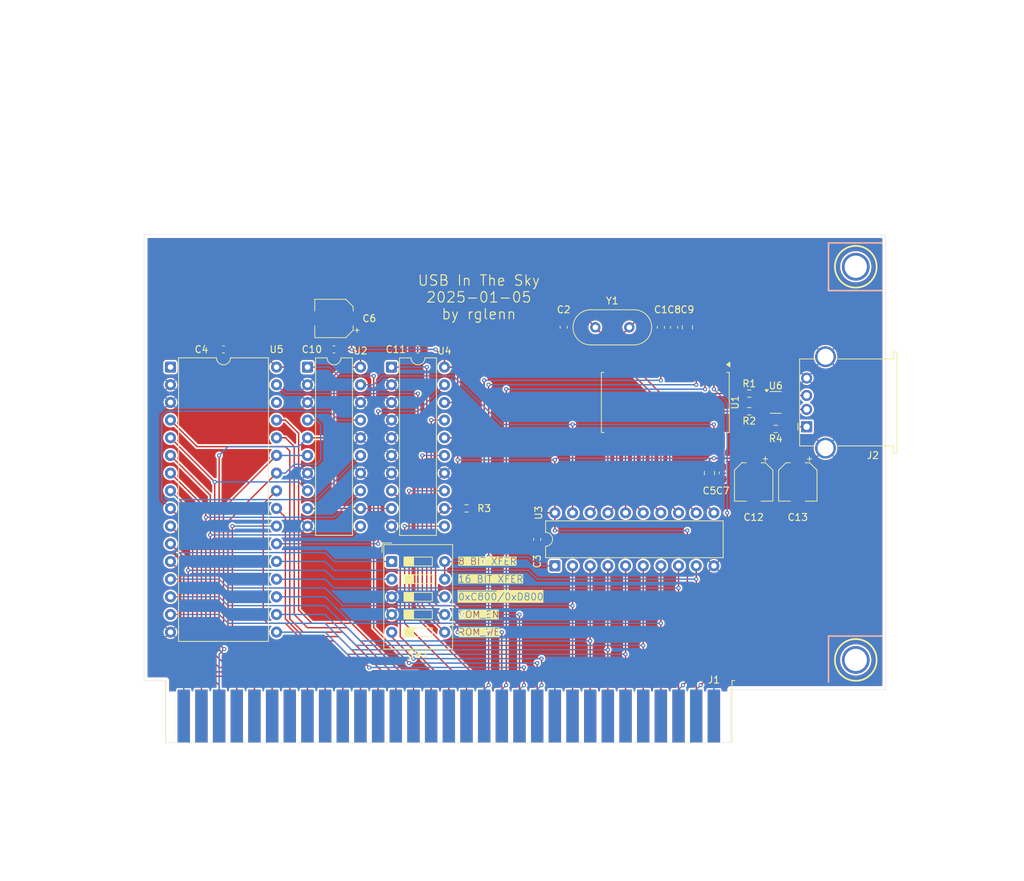
<source format=kicad_pcb>
(kicad_pcb (version 20241229) (generator "pcbnew") (generator_version "9.0")
  (layers (0 "F.Cu" signal) (2 "B.Cu" signal) (13 "F.Paste" user) (15 "B.Paste" user) (5 "F.SilkS" user "F.Silkscreen") (7 "B.SilkS" user "B.Silkscreen") (1 "F.Mask" user) (3 "B.Mask" user) (25 "Edge.Cuts" user))
  (net 0 "")
  (net 1 "/D7")
  (net 2 "Net-(U1-XI)")
  (net 4 "/A9")
  (net 5 "/~{DACK1}")
  (net 6 "/IOCHRDY")
  (net 7 "Net-(U1-XO)")
  (net 8 "/AEN")
  (net 9 "+5V")
  (net 10 "Net-(U1-V3)")
  (net 11 "/D2")
  (net 12 "/~{DACK3}")
  (net 13 "/~{IOW}")
  (net 15 "/IRQ7")
  (net 17 "/A3")
  (net 19 "GND")
  (net 21 "/TC")
  (net 23 "/RESET")
  (net 25 "Net-(J2-VBUS)")
  (net 26 "/A15")
  (net 27 "/A17")
  (net 28 "/A6")
  (net 29 "/A13")
  (net 30 "/A8")
  (net 31 "/A16")
  (net 32 "/A5")
  (net 33 "/D3")
  (net 34 "/A2")
  (net 38 "/D5")
  (net 39 "/A14")
  (net 40 "/D1")
  (net 41 "/A1")
  (net 42 "/~{IOR}")
  (net 43 "/D6")
  (net 46 "/A7")
  (net 48 "/D0")
  (net 50 "/A10")
  (net 51 "/IRQ5")
  (net 52 "/DRQ3")
  (net 53 "/A4")
  (net 54 "/A0")
  (net 55 "/D4")
  (net 56 "/DRQ1")
  (net 58 "/A11")
  (net 59 "/A12")
  (net 60 "/A18")
  (net 61 "/A19")
  (net 62 "Net-(J2-D+)")
  (net 63 "Net-(J2-D-)")
  (net 64 "Net-(R1-Pad2)")
  (net 65 "Net-(U1-UD+)")
  (net 66 "Net-(U1-UD-)")
  (net 67 "Net-(U4-R4)")
  (net 68 "/A0_CFG")
  (net 69 "/SW_ROM_EN")
  (net 70 "/~{ROMWE}")
  (net 71 "/~{MEMWR}")
  (net 72 "Net-(U1-D5)")
  (net 73 "Net-(U1-D1)")
  (net 76 "Net-(U1-D0)")
  (net 77 "/~{ACT}")
  (net 78 "Net-(U1-D2)")
  (net 80 "/~{USB_CS}")
  (net 81 "Net-(U1-D7)")
  (net 82 "Net-(U1-D6)")
  (net 84 "Net-(U1-D3)")
  (net 85 "Net-(U1-D4)")
  (net 88 "Net-(U4-P=R)")
  (net 89 "/~{MEMRD}")
  (net 92 "Net-(R2-Pad2)")
  (footprint "Capacitor_SMD:C_0603_1608Metric_Pad1.08x0.95mm_HandSolder" (layer "F.Cu") (at 120.015 79.375 180)
    (property "Reference" "C11")
    (property "Value" "100n")
  )
  (footprint "Capacitor_SMD:CP_Elec_5x5.3" (layer "F.Cu") (at 168.275 98.425 -90)
    (property "Reference" "C12")
    (property "Value" "100u")
  )
  (footprint "Button_Switch_THT:SW_DIP_SPSTx05_Slide_9.78x14.88mm_W7.62mm_P2.54mm" (layer "F.Cu") (at 116.2475 109.86)
    (property "Reference" "SW1")
    (property "Value" "SW_DIP_x05")
  )
  (footprint "Package_TO_SOT_SMD:SOT-23-6" (layer "F.Cu") (at 171.45 86.995)
    (property "Reference" "U6")
    (property "Value" "USBLC6-2SC6")
  )
  (footprint "Resistor_SMD:R_0603_1608Metric_Pad0.98x0.95mm_HandSolder" (layer "F.Cu") (at 127 102.235 180)
    (property "Reference" "R3")
    (property "Value" "10K")
  )
  (footprint "Capacitor_SMD:C_0603_1608Metric_Pad1.08x0.95mm_HandSolder" (layer "F.Cu") (at 107.95 79.375 180)
    (property "Reference" "C10")
    (property "Value" "100n")
  )
  (footprint "Package_DIP:DIP-32_W15.24mm" (layer "F.Cu") (at 84.45 81.915)
    (property "Reference" "U5")
    (property "Value" "SST39SF010")
  )
  (footprint "Capacitor_SMD:C_0603_1608Metric_Pad1.08x0.95mm_HandSolder" (layer "F.Cu") (at 156.845 76.2 90)
    (property "Reference" "C8")
    (property "Value" "100n")
  )
  (footprint "pc-parts:PC_BRACKET_ISA_KEYSTONE_9202_Rev1" (layer "F.Cu") (at 162.56 135.89)
    (property "Reference" "BRACKET1" (hide yes))
    (property "Value" "~" (hide yes))
  )
  (footprint "Capacitor_SMD:C_0603_1608Metric_Pad1.08x0.95mm_HandSolder" (layer "F.Cu") (at 154.94 76.2 -90)
    (property "Reference" "C1")
    (property "Value" "15p")
  )
  (footprint "Resistor_SMD:R_0603_1608Metric_Pad0.98x0.95mm_HandSolder" (layer "F.Cu") (at 167.64 85.725)
    (property "Reference" "R1")
    (property "Value" "22")
  )
  (footprint "Resistor_SMD:R_0603_1608Metric_Pad0.98x0.95mm_HandSolder" (layer "F.Cu") (at 167.64 88.265)
    (property "Reference" "R2")
    (property "Value" "22")
  )
  (footprint "Capacitor_SMD:C_0603_1608Metric_Pad1.08x0.95mm_HandSolder" (layer "F.Cu") (at 92.075 79.375 180)
    (property "Reference" "C4")
    (property "Value" "100n")
  )
  (footprint "Capacitor_SMD:C_0603_1608Metric_Pad1.08x0.95mm_HandSolder" (layer "F.Cu") (at 137.16 106.68 -90)
    (property "Reference" "C3")
    (property "Value" "100n")
  )
  (footprint "Package_DIP:DIP-20_W7.62mm" (layer "F.Cu") (at 139.705 110.48 90)
    (property "Reference" "U3")
    (property "Value" "74LS245")
  )
  (footprint "Package_DIP:DIP-20_W7.62mm" (layer "F.Cu") (at 104.15 81.92)
    (property "Reference" "U2")
    (property "Value" "74LS688")
  )
  (footprint "Resistor_SMD:R_0603_1608Metric_Pad0.98x0.95mm_HandSolder" (layer "F.Cu") (at 171.45 90.805)
    (property "Reference" "R4")
    (property "Value" "2")
  )
  (footprint "Package_DIP:DIP-20_W7.62mm" (layer "F.Cu") (at 116.215 81.92)
    (property "Reference" "U4")
    (property "Value" "74ALS688")
  )
  (footprint "pc-parts:BUS_AT_8BIT" (layer "F.Cu") (at 162.56 132.08)
    (property "Reference" "J1")
    (property "Value" "Bus_ISA_8bit" (hide yes))
  )
  (footprint "Package_SO:SOP-28_8.4x18.16mm_P1.27mm" (layer "F.Cu") (at 155.575 86.995 -90)
    (property "Reference" "U1")
    (property "Value" "CH375")
  )
  (footprint "Crystal:Crystal_HC49-U_Vertical" (layer "F.Cu") (at 150.405 76.2 180)
    (property "Reference" "Y1")
    (property "Value" "12 MHz")
  )
  (footprint "Capacitor_SMD:C_0805_2012Metric_Pad1.18x1.45mm_HandSolder" (layer "F.Cu") (at 158.75 76.2 90)
    (property "Reference" "C9")
    (property "Value" "1u")
  )
  (footprint "Capacitor_SMD:C_0603_1608Metric_Pad1.08x0.95mm_HandSolder" (layer "F.Cu") (at 140.97 76.2 -90)
    (property "Reference" "C2")
    (property "Value" "15p")
  )
  (footprint "Capacitor_SMD:CP_Elec_5x5.3" (layer "F.Cu") (at 107.95 74.93 180)
    (property "Reference" "C6")
    (property "Value" "22u")
  )
  (footprint "Capacitor_SMD:C_0805_2012Metric_Pad1.18x1.45mm_HandSolder" (layer "F.Cu") (at 161.925 97.155 -90)
    (property "Reference" "C5")
    (property "Value" "1u")
  )
  (footprint "Capacitor_SMD:C_0603_1608Metric_Pad1.08x0.95mm_HandSolder" (layer "F.Cu") (at 163.83 97.155 -90)
    (property "Reference" "C7")
    (property "Value" "100n")
  )
  (footprint "Capacitor_SMD:CP_Elec_5x5.3" (layer "F.Cu") (at 174.625 98.425 -90)
    (property "Reference" "C13")
    (property "Value" "100u")
  )
  (footprint "Connector_USB:USB_A_Stewart_SS-52100-001_Horizontal" (layer "F.Cu") (at 175.895 90.495 90)
    (property "Reference" "J2")
    (property "Value" "USB_A")
  )
  (gr_line (start 187.2648 128.27) (end 187.2648 62.865) (stroke (width 0.05)) (layer "Edge.Cuts"))
  (gr_line (start 164.973 128.27) (end 187.2648 128.27) (stroke (width 0.05)) (layer "Edge.Cuts"))
  (gr_line (start 83.7692 135.89) (end 83.7692 127) (stroke (width 0.05)) (layer "Edge.Cuts"))
  (gr_line (start 80.645 127) (end 80.645 62.865) (stroke (width 0.05)) (layer "Edge.Cuts"))
  (gr_line (start 187.2648 62.865) (end 80.645 62.865) (stroke (width 0.05)) (layer "Edge.Cuts"))
  (gr_line (start 162.56 135.89) (end 83.7692 135.89) (stroke (width 0.05)) (layer "Edge.Cuts"))
  (gr_line (start 83.76 127) (end 80.645 127) (stroke (width 0.05)) (layer "Edge.Cuts"))
  (gr_line (start 164.973 135.89) (end 164.973 128.27) (stroke (width 0.05)) (layer "Edge.Cuts"))
  (gr_line (start 162.56 135.89) (end 164.973 135.89) (stroke (width 0.05)) (layer "Edge.Cuts"))
  (gr_text "~{0xC800}/0xD800" (at 125.73 114.935 0) (layer "F.SilkS" knockout) (effects (font (size 1 1) (thickness 0.1)) (justify left)))
  (gr_text "8 BIT XFER" (at 125.73 109.855 0) (layer "F.SilkS" knockout) (effects (font (size 1 1) (thickness 0.1)) (justify left)))
  (gr_text "16 BIT XFER" (at 125.73 112.395 0) (layer "F.SilkS" knockout) (effects (font (size 1 1) (thickness 0.1)) (justify left)))
  (gr_text "ROM_WE" (at 125.73 120.015 0) (layer "F.SilkS" knockout) (effects (font (size 1 1) (thickness 0.1)) (justify left)))
  (gr_text "ROM_EN" (at 125.73 117.475 0) (layer "F.SilkS" knockout) (effects (font (size 1 1) (thickness 0.1)) (justify left)))
  (gr_text "USB In The Sky\n2025-01-05\nby rglenn" (at 128.778 71.882 0) (layer "F.SilkS") (effects (font (size 1.5 1.5))))
  (segment (start 160.025 131.44) (end 160.025 112.395) (width 0.2) (layer "F.Cu") (net 1))
  (segment (start 160.02 131.445) (end 160.025 131.44) (width 0.2) (layer "F.Cu") (net 1))
  (segment (start 160.02 132.08) (end 160.02 131.445) (width 0.2) (layer "F.Cu") (net 1))
  (segment (start 160.025 112.395) (end 160.025 110.48) (width 0.2) (layer "F.Cu") (net 1))
  (via (at 160.025 112.395) (size 0.6) (drill 0.3) (layers "F.Cu" "B.Cu") (net 1))
  (segment (start 135.89 111.125) (end 137.16 112.395) (width 0.2) (layer "B.Cu") (net 1))
  (segment (start 107.95 111.125) (end 135.89 111.125) (width 0.2) (layer "B.Cu") (net 1))
  (segment (start 137.16 112.395) (end 160.025 112.395) (width 0.2) (layer "B.Cu") (net 1))
  (segment (start 106.68 109.855) (end 107.95 111.125) (width 0.2) (layer "B.Cu") (net 1))
  (segment (start 99.69 109.855) (end 106.68 109.855) (width 0.2) (layer "B.Cu") (net 1))
  (segment (start 148.59 78.015) (end 150.405 76.2) (width 0.2) (layer "F.Cu") (net 2))
  (segment (start 151.2675 75.3375) (end 150.405 76.2) (width 0.2) (layer "F.Cu") (net 2))
  (segment (start 148.59 81.4325) (end 148.59 78.015) (width 0.2) (layer "F.Cu") (net 2))
  (segment (start 154.94 75.3375) (end 151.2675 75.3375) (width 0.2) (layer "F.Cu") (net 2))
  (segment (start 104.14 122.555) (end 109.22 127.635) (width 0.2) (layer "F.Cu") (net 4))
  (segment (start 94.615 122.555) (end 104.14 122.555) (width 0.2) (layer "F.Cu") (net 4))
  (segment (start 92.71 104.135) (end 92.71 120.65) (width 0.2) (layer "F.Cu") (net 4))
  (segment (start 92.71 120.65) (end 94.615 122.555) (width 0.2) (layer "F.Cu") (net 4))
  (segment (start 109.22 127.635) (end 109.22 132.08) (width 0.2) (layer "F.Cu") (net 4))
  (segment (start 99.69 97.155) (end 92.71 104.135) (width 0.2) (layer "F.Cu") (net 4))
  (segment (start 105.415 89.54) (end 104.15 89.54) (width 0.2) (layer "B.Cu") (net 4))
  (segment (start 106.045 90.17) (end 105.415 89.54) (width 0.2) (layer "B.Cu") (net 4))
  (segment (start 102.235 95.885) (end 105.41 95.885) (width 0.2) (layer "B.Cu") (net 4))
  (segment (start 100.965 97.155) (end 102.235 95.885) (width 0.2) (layer "B.Cu") (net 4))
  (segment (start 99.69 97.155) (end 100.965 97.155) (width 0.2) (layer "B.Cu") (net 4))
  (segment (start 105.41 95.885) (end 106.045 95.25) (width 0.2) (layer "B.Cu") (net 4))
  (segment (start 106.045 95.25) (end 106.045 90.17) (width 0.2) (layer "B.Cu") (net 4))
  (segment (start 147.32 81.4325) (end 147.32 77.995) (width 0.2) (layer "F.Cu") (net 7))
  (segment (start 144.6625 75.3375) (end 145.525 76.2) (width 0.2) (layer "F.Cu") (net 7))
  (segment (start 147.32 77.995) (end 145.525 76.2) (width 0.2) (layer "F.Cu") (net 7))
  (segment (start 140.97 75.3375) (end 144.6625 75.3375) (width 0.2) (layer "F.Cu") (net 7))
  (segment (start 113.665 119.38) (end 118.745 124.46) (width 0.2) (layer "F.Cu") (net 8))
  (segment (start 137.16 124.46) (end 137.16 132.08) (width 0.2) (layer "F.Cu") (net 8))
  (segment (start 113.665 83.185) (end 113.665 110.49) (width 0.2) (layer "F.Cu") (net 8))
  (segment (start 113.665 110.49) (end 113.665 119.38) (width 0.2) (layer "F.Cu") (net 8))
  (via (at 118.745 124.46) (size 0.6) (drill 0.3) (layers "F.Cu" "B.Cu") (net 8))
  (via (at 113.665 83.185) (size 0.6) (drill 0.3) (layers "F.Cu" "B.Cu") (net 8))
  (via (at 137.16 124.46) (size 0.6) (drill 0.3) (layers "F.Cu" "B.Cu") (net 8))
  (segment (start 104.15 81.92) (end 107.32 81.92) (width 0.2) (layer "B.Cu") (net 8))
  (segment (start 108.585 83.185) (end 113.665 83.185) (width 0.2) (layer "B.Cu") (net 8))
  (segment (start 107.95 82.55) (end 108.585 83.185) (width 0.2) (layer "B.Cu") (net 8))
  (segment (start 107.32 81.92) (end 107.95 82.55) (width 0.2) (layer "B.Cu") (net 8))
  (segment (start 118.745 124.46) (end 137.16 124.46) (width 0.2) (layer "B.Cu") (net 8))
  (segment (start 120.8775 79.375) (end 122.555 79.375) (width 0.2) (layer "F.Cu") (net 9))
  (segment (start 123.835 87) (end 125.725 87) (width 0.2) (layer "F.Cu") (net 9))
  (segment (start 168.275 92.075) (end 169.545 90.805) (width 0.2) (layer "F.Cu") (net 9))
  (segment (start 102.87 83.185) (end 101.6 81.915) (width 0.2) (layer "F.Cu") (net 9))
  (segment (start 107.95 83.185) (end 109.215 81.92) (width 0.2) (layer "F.Cu") (net 9))
  (segment (start 138.44 102.86) (end 139.705 102.86) (width 0.2) (layer "F.Cu") (net 9))
  (segment (start 125.725 92.08) (end 123.835 92.08) (width 0.2) (layer "F.Cu") (net 9))
  (segment (start 92.9375 79.375) (end 97.15 79.375) (width 0.2) (layer "F.Cu") (net 9))
  (segment (start 127.9125 100.6075) (end 127.9125 102.235) (width 0.2) (layer "F.Cu") (net 9))
  (segment (start 91.44 121.70647) (end 91.44 119.38) (width 0.2) (layer "F.Cu") (net 9))
  (segment (start 125.725 87) (end 125.73 86.995) (width 0.2) (layer "F.Cu") (net 9))
  (segment (start 125.1 81.92) (end 125.73 82.55) (width 0.2) (layer "F.Cu") (net 9))
  (segment (start 107.95 102.235) (end 107.945 102.24) (width 0.2) (layer "F.Cu") (net 9))
  (segment (start 91.44 119.38) (end 91.44 94.615) (width 0.2) (layer "F.Cu") (net 9))
  (segment (start 107.95 92.075) (end 107.95 83.185) (width 0.2) (layer "F.Cu") (net 9))
  (segment (start 107.945 92.08) (end 107.95 92.075) (width 0.2) (layer "F.Cu") (net 9))
  (segment (start 109.215 81.92) (end 111.77 81.92) (width 0.2) (layer "F.Cu") (net 9))
  (segment (start 168.275 96.225) (end 168.275 92.075) (width 0.2) (layer "F.Cu") (net 9))
  (segment (start 108.8125 79.375) (end 110.4925 79.375) (width 0.2) (layer "F.Cu") (net 9))
  (segment (start 163.83 92.5575) (end 163.83 95.0225) (width 0.2) (layer "F.Cu") (net 9))
  (segment (start 125.73 98.425) (end 127.9125 100.6075) (width 0.2) (layer "F.Cu") (net 9))
  (segment (start 122.555 79.375) (end 123.835 80.655) (width 0.2) (layer "F.Cu") (net 9))
  (segment (start 139.7 95.25) (end 139.705 95.255) (width 0.2) (layer "F.Cu") (net 9))
  (segment (start 125.73 82.55) (end 125.73 86.995) (width 0.2) (layer "F.Cu") (net 9))
  (segment (start 139.705 105.405) (end 139.705 102.86) (width 0.2) (layer "F.Cu") (net 9))
  (segment (start 125.73 92.075) (end 125.73 95.25) (width 0.2) (layer "F.Cu") (net 9))
  (segment (start 111.77 80.6525) (end 111.77 81.92) (width 0.2) (layer "F.Cu") (net 9))
  (segment (start 110.4925 79.375) (end 110.4925 75.2725) (width 0.2) (layer "F.Cu") (net 9))
  (segment (start 92.181765 122.448235) (end 91.44 121.70647) (width 0.2) (layer "F.Cu") (net 9))
  (segment (start 104.15 92.08) (end 107.945 92.08) (width 0.2) (layer "F.Cu") (net 9))
  (segment (start 110.4925 75.2725) (end 110.15 74.93) (width 0.2) (layer "F.Cu") (net 9))
  (segment (start 125.73 92.075) (end 125.725 92.08) (width 0.2) (layer "F.Cu") (net 9))
  (segment (start 123.835 80.655) (end 123.835 81.92) (width 0.2) (layer "F.Cu") (net 9))
  (segment (start 137.16 105.8175) (end 137.16 104.14) (width 0.2) (layer "F.Cu") (net 9))
  (segment (start 125.73 95.25) (end 125.73 98.425) (width 0.2) (layer "F.Cu") (net 9))
  (segment (start 107.95 83.185) (end 102.87 83.185) (width 0.2) (layer "F.Cu") (net 9))
  (segment (start 107.95 92.075) (end 107.95 102.235) (width 0.2) (layer "F.Cu") (net 9))
  (segment (start 139.705 95.255) (end 139.705 102.86) (width 0.2) (layer "F.Cu") (net 9))
  (segment (start 123.835 81.92) (end 125.1 81.92) (width 0.2) (layer "F.Cu") (net 9))
  (segment (start 161.925 95.25) (end 161.925 96.1175) (width 0.2) (layer "F.Cu") (net 9))
  (segment (start 158.75 127) (end 158.75 105.41) (width 0.2) (layer "F.Cu") (net 9))
  (segment (start 139.7 105.41) (end 139.705 105.405) (width 0.2) (layer "F.Cu") (net 9))
  (segment (start 137.16 104.14) (end 138.44 102.86) (width 0.2) (layer "F.Cu") (net 9))
  (segment (start 107.945 102.24) (end 111.77 102.24) (width 0.2) (layer "F.Cu") (net 9))
  (segment (start 163.83 96.2925) (end 163.83 95.0225) (width 0.2) (layer "F.Cu") (net 9))
  (segment (start 97.15 79.375) (end 99.69 81.915) (width 0.2) (layer "F.Cu") (net 9))
  (segment (start 107.945 102.24) (end 104.15 102.24) (width 0.2) (layer "F.Cu") (net 9))
  (segment (start 162.1525 95.0225) (end 161.925 95.25) (width 0.2) (layer "F.Cu") (net 9))
  (segment (start 163.83 95.0225) (end 167.0725 95.0225) (width 0.2) (layer "F.Cu") (net 9))
  (segment (start 169.545 90.805) (end 170.5375 90.805) (width 0.2) (layer "F.Cu") (net 9))
  (segment (start 125.73 86.995) (end 125.73 92.075) (width 0.2) (layer "F.Cu") (net 9))
  (segment (start 163.83 95.0225) (end 162.1525 95.0225) (width 0.2) (layer "F.Cu") (net 9))
  (segment (start 167.0725 95.0225) (end 168.275 96.225) (width 0.2) (layer "F.Cu") (net 9))
  (segment (start 101.6 81.915) (end 99.69 81.915) (width 0.2) (layer "F.Cu") (net 9))
  (segment (start 158.115 127.635) (end 158.75 127) (width 0.2) (layer "F.Cu") (net 9))
  (segment (start 110.4925 79.375) (end 111.77 80.6525) (width 0.2) (layer "F.Cu") (net 9))
  (via (at 125.73 95.25) (size 0.6) (drill 0.3) (layers "F.Cu" "B.Cu") (net 9))
  (via (at 158.115 127.635) (size 0.6) (drill 0.3) (layers "F.Cu" "B.Cu") (net 9))
  (via (at 139.7 105.41) (size 0.6) (drill 0.3) (layers "F.Cu" "B.Cu") (net 9))
  (via (at 139.7 95.25) (size 0.6) (drill 0.3) (layers "F.Cu" "B.Cu") (net 9))
  (via (at 162.56 95.0225) (size 0.6) (drill 0.3) (layers "F.Cu" "B.Cu") (net 9))
  (via (at 158.75 105.41) (size 0.6) (drill 0.3) (layers "F.Cu" "B.Cu") (net 9))
  (via (at 110.4925 79.375) (size 0.6) (drill 0.3) (layers "F.Cu" "B.Cu") (net 9))
  (via (at 92.181765 122.448235) (size 0.6) (drill 0.3) (layers "F.Cu" "B.Cu") (net 9))
  (via (at 91.44 94.615) (size 0.6) (drill 0.3) (layers "F.Cu" "B.Cu") (net 9))
  (via (at 122.555 79.375) (size 0.6) (drill 0.3) (layers "F.Cu" "B.Cu") (net 9))
  (segment (start 91.44 123.19) (end 92.181765 122.448235) (width 0.2) (layer "B.Cu") (net 9))
  (segment (start 162.56 95.0225) (end 139.9275 95.0225) (width 0.2) (layer "B.Cu") (net 9))
  (segment (start 157.48 128.27) (end 158.115 127.635) (width 0.2) (layer "B.Cu") (net 9))
  (segment (start 91.44 94.615) (end 92.71 93.345) (width 0.2) (layer "B.Cu") (net 9))
  (segment (start 158.75 105.41) (end 139.7 105.41) (width 0.2) (layer "B.Cu") (net 9))
  (segment (start 102.885 93.345) (end 104.15 92.08) (width 0.2) (layer "B.Cu") (net 9))
  (segment (start 157.48 132.08) (end 157.48 128.27) (width 0.2) (layer "B.Cu") (net 9))
  (segment (start 91.44 132.08) (end 91.44 123.19) (width 0.2) (layer "B.Cu") (net 9))
  (segment (start 92.71 93.345) (end 102.885 93.345) (width 0.2) (layer "B.Cu") (net 9))
  (segment (start 111.77 102.24) (end 116.215 102.24) (width 0.2) (layer "B.Cu") (net 9))
  (segment (start 139.7 95.25) (end 125.73 95.25) (width 0.2) (layer "B.Cu") (net 9))
  (segment (start 110.4925 79.375) (end 122.555 79.375) (width 0.2) (layer "B.Cu") (net 9))
  (segment (start 139.9275 95.0225) (end 139.7 95.25) (width 0.2) (layer "B.Cu") (net 9))
  (segment (start 153.67 79.375) (end 154.305 78.74) (width 0.2) (layer "F.Cu") (net 10))
  (segment (start 153.67 81.4325) (end 153.67 79.375) (width 0.2) (layer "F.Cu") (net 10))
  (segment (start 156.845 78.74) (end 158.115 78.74) (width 0.2) (layer "F.Cu") (net 10))
  (segment (start 158.115 78.74) (end 158.75 78.105) (width 0.2) (layer "F.Cu") (net 10))
  (segment (start 154.305 78.74) (end 156.845 78.74) (width 0.2) (layer "F.Cu") (net 10))
  (segment (start 156.845 77.0625) (end 156.845 78.74) (width 0.2) (layer "F.Cu") (net 10))
  (segment (start 158.75 78.105) (end 158.75 77.2375) (width 0.2) (layer "F.Cu") (net 10))
  (segment (start 147.32 122.555) (end 147.32 110.485) (width 0.2) (layer "F.Cu") (net 11))
  (segment (start 147.32 110.485) (end 147.325 110.48) (width 0.2) (layer "F.Cu") (net 11))
  (segment (start 147.32 132.08) (end 147.32 122.555) (width 0.2) (layer "F.Cu") (net 11))
  (via (at 147.32 122.555) (size 0.6) (drill 0.3) (layers "F.Cu" "B.Cu") (net 11))
  (segment (start 91.44 117.475) (end 92.71 118.745) (width 0.2) (layer "B.Cu") (net 11))
  (segment (start 92.71 118.745) (end 106.68 118.745) (width 0.2) (layer "B.Cu") (net 11))
  (segment (start 84.45 117.475) (end 91.44 117.475) (width 0.2) (layer "B.Cu") (net 11))
  (segment (start 106.68 118.745) (end 110.49 122.555) (width 0.2) (layer "B.Cu") (net 11))
  (segment (start 110.49 122.555) (end 147.32 122.555) (width 0.2) (layer "B.Cu") (net 11))
  (segment (start 161.29 85.09) (end 161.29 81.4325) (width 0.2) (layer "F.Cu") (net 13))
  (segment (start 132.715 127.635) (end 132.715 85.09) (width 0.2) (layer "F.Cu") (net 13))
  (via (at 132.715 85.09) (size 0.6) (drill 0.3) (layers "F.Cu" "B.Cu") (net 13))
  (via (at 132.715 127.635) (size 0.6) (drill 0.3) (layers "F.Cu" "B.Cu") (net 13))
  (via (at 161.29 85.09) (size 0.6) (drill 0.3) (layers "F.Cu" "B.Cu") (net 13))
  (segment (start 132.08 132.08) (end 132.08 128.27) (width 0.2) (layer "B.Cu") (net 13))
  (segment (start 132.715 85.09) (end 161.29 85.09) (width 0.2) (layer "B.Cu") (net 13))
  (segment (start 132.08 128.27) (end 132.715 127.635) (width 0.2) (layer "B.Cu") (net 13))
  (segment (start 88.265 106.045) (end 88.265 124.46) (width 0.2) (layer "F.Cu") (net 17))
  (segment (start 90.17 126.365) (end 92.71 126.365) (width 0.2) (layer "F.Cu") (net 17))
  (segment (start 88.265 106.045) (end 88.26 106.045) (width 0.2) (layer "F.Cu") (net 17))
  (segment (start 93.98 127.635) (end 93.98 132.08) (width 0.2) (layer "F.Cu") (net 17))
  (segment (start 88.265 124.46) (end 90.17 126.365) (width 0.2) (layer "F.Cu") (net 17))
  (segment (start 88.26 106.045) (end 84.45 102.235) (width 0.2) (layer "F.Cu") (net 17))
  (segment (start 92.71 126.365) (end 93.98 127.635) (width 0.2) (layer "F.Cu") (net 17))
  (segment (start 108.59 89.54) (end 107.315 88.265) (width 0.2) (layer "B.Cu") (net 17))
  (segment (start 83.185 100.97) (end 84.45 102.235) (width 0.2) (layer "B.Cu") (net 17))
  (segment (start 107.315 88.265) (end 83.82 88.265) (width 0.2) (layer "B.Cu") (net 17))
  (segment (start 83.185 88.9) (end 83.185 100.97) (width 0.2) (layer "B.Cu") (net 17))
  (segment (start 83.82 88.265) (end 83.185 88.9) (width 0.2) (layer "B.Cu") (net 17))
  (segment (start 111.77 89.54) (end 108.59 89.54) (width 0.2) (layer "B.Cu") (net 17))
  (segment (start 84.455 102.235) (end 84.45 102.235) (width 0.2) (layer "B.Cu") (net 17))
  (segment (start 160.655 127.635) (end 164.465 123.825) (width 0.2) (layer "F.Cu") (net 23))
  (segment (start 164.465 123.825) (end 164.465 102.87) (width 0.2) (layer "F.Cu") (net 23))
  (segment (start 162.56 85.09) (end 162.56 81.4325) (width 0.2) (layer "F.Cu") (net 23))
  (via (at 164.465 102.87) (size 0.6) (drill 0.3) (layers "F.Cu" "B.Cu") (net 23))
  (via (at 160.655 127.635) (size 0.6) (drill 0.3) (layers "F.Cu" "B.Cu") (net 23))
  (via (at 162.56 85.09) (size 0.6) (drill 0.3) (layers "F.Cu" "B.Cu") (net 23))
  (segment (start 160.02 128.27) (end 160.655 127.635) (width 0.2) (layer "B.Cu") (net 23))
  (segment (start 164.465 102.87) (end 164.465 86.995) (width 0.2) (layer "B.Cu") (net 23))
  (segment (start 164.465 86.995) (end 162.56 85.09) (width 0.2) (layer "B.Cu") (net 23))
  (segment (start 160.02 132.08) (end 160.02 128.27) (width 0.2) (layer "B.Cu") (net 23))
  (segment (start 172.5875 86.995) (end 172.085 86.995) (width 0.2) (layer "F.Cu") (net 25))
  (segment (start 175.895 90.495) (end 172.6725 90.495) (width 0.2) (layer "F.Cu") (net 25))
  (segment (start 171.45 87.63) (end 171.45 89.8925) (width 0.2) (layer "F.Cu") (net 25))
  (segment (start 172.085 86.995) (end 171.45 87.63) (width 0.2) (layer "F.Cu") (net 25))
  (segment (start 171.45 89.8925) (end 172.3625 90.805) (width 0.2) (layer "F.Cu") (net 25))
  (segment (start 174.625 96.225) (end 174.625 93.0675) (width 0.2) (layer "F.Cu") (net 25))
  (segment (start 172.6725 90.495) (end 172.3625 90.805) (width 0.2) (layer "F.Cu") (net 25))
  (segment (start 174.625 93.0675) (end 172.3625 90.805) (width 0.2) (layer "F.Cu") (net 25))
  (segment (start 124.46 127.635) (end 117.475 120.65) (width 0.2) (layer "F.Cu") (net 26))
  (segment (start 117.475 100.96) (end 116.215 99.7) (width 0.2) (layer "F.Cu") (net 26))
  (segment (start 124.46 132.08) (end 124.46 127.635) (width 0.2) (layer "F.Cu") (net 26))
  (segment (start 117.475 120.65) (end 117.475 100.96) (width 0.2) (layer "F.Cu") (net 26))
  (segment (start 129.54 132.08) (end 129.54 127.635) (width 0.2) (layer "F.Cu") (net 27))
  (segment (start 129.54 127.635) (end 118.745 116.84) (width 0.2) (layer "F.Cu") (net 27))
  (segment (start 118.745 116.84) (end 118.745 99.695) (width 0.2) (layer "F.Cu") (net 27))
  (via (at 118.745 99.695) (size 0.6) (drill 0.3) (layers "F.Cu" "B.Cu") (net 27))
  (segment (start 118.745 99.695) (end 118.75 99.7) (width 0.2) (layer "B.Cu") (net 27))
  (segment (start 118.75 99.7) (end 123.835 99.7) (width 0.2) (layer "B.Cu") (net 27))
  (segment (start 98.425 124.46) (end 101.6 127.635) (width 0.2) (layer "F.Cu") (net 28))
  (segment (start 90.17 106.045) (end 90.17 100.33) (width 0.2) (layer "F.Cu") (net 28))
  (segment (start 90.17 100.33) (end 90.165 100.33) (width 0.2) (layer "F.Cu") (net 28))
  (segment (start 90.17 122.555) (end 92.075 124.46) (width 0.2) (layer "F.Cu") (net 28))
  (segment (start 90.17 106.045) (end 90.17 122.555) (width 0.2) (layer "F.Cu") (net 28))
  (segment (start 92.075 124.46) (end 98.425 124.46) (width 0.2) (layer "F.Cu") (net 28))
  (segment (start 101.6 127.635) (end 101.6 132.08) (width 0.2) (layer "F.Cu") (net 28))
  (segment (start 90.165 100.33) (end 84.45 94.615) (width 0.2) (layer "F.Cu") (net 28))
  (via (at 90.17 106.045) (size 0.6) (drill 0.3) (layers "F.Cu" "B.Cu") (net 28))
  (segment (start 110.505 106.045) (end 111.77 104.78) (width 0.2) (layer "B.Cu") (net 28))
  (segment (start 90.17 106.045) (end 110.505 106.045) (width 0.2) (layer "B.Cu") (net 28))
  (segment (start 84.455 94.615) (end 84.45 94.615) (width 0.2) (layer "B.Cu") (net 28))
  (segment (start 102.235 117.475) (end 104.14 119.38) (width 0.2) (layer "F.Cu") (net 29))
  (segment (start 118.11 126.365) (end 119.38 127.635) (width 0.2) (layer "F.Cu") (net 29))
  (segment (start 102.235 93.345) (end 102.235 117.475) (width 0.2) (layer "F.Cu") (net 29))
  (segment (start 100.965 92.075) (end 102.235 93.345) (width 0.2) (layer "F.Cu") (net 29))
  (segment (start 109.855 119.38) (end 116.84 126.365) (width 0.2) (layer "F.Cu") (net 29))
  (segment (start 104.14 119.38) (end 109.855 119.38) (width 0.2) (layer "F.Cu") (net 29))
  (segment (start 99.69 92.075) (end 100.965 92.075) (width 0.2) (layer "F.Cu") (net 29))
  (segment (start 119.38 127.635) (end 119.38 132.08) (width 0.2) (layer "F.Cu") (net 29))
  (segment (start 116.84 126.365) (end 118.11 126.365) (width 0.2) (layer "F.Cu") (net 29))
  (segment (start 106.68 132.08) (end 106.68 127.635) (width 0.2) (layer "F.Cu") (net 30))
  (segment (start 92.075 102.235) (end 99.69 94.62) (width 0.2) (layer "F.Cu") (net 30))
  (segment (start 92.075 121.285) (end 92.075 102.235) (width 0.2) (layer "F.Cu") (net 30))
  (segment (start 99.69 94.62) (end 99.69 94.615) (width 0.2) (layer "F.Cu") (net 30))
  (segment (start 106.68 127.635) (end 102.235 123.19) (width 0.2) (layer "F.Cu") (net 30))
  (segment (start 93.98 123.19) (end 92.075 121.285) (width 0.2) (layer "F.Cu") (net 30))
  (segment (start 102.235 123.19) (end 93.98 123.19) (width 0.2) (layer "F.Cu") (net 30))
  (segment (start 104.15 94.62) (end 99.695 94.62) (width 0.2) (layer "B.Cu") (net 30))
  (segment (start 99.695 94.62) (end 99.69 94.615) (width 0.2) (layer "B.Cu") (net 30))
  (segment (start 118.11 118.745) (end 118.11 104.775) (width 0.2) (layer "F.Cu") (net 31))
  (segment (start 127 127.635) (end 118.11 118.745) (width 0.2) (layer "F.Cu") (net 31))
  (segment (start 127 132.08) (end 127 127.635) (width 0.2) (layer "F.Cu") (net 31))
  (via (at 118.11 104.775) (size 0.6) (drill 0.3) (layers "F.Cu" "B.Cu") (net 31))
  (segment (start 118.11 104.775) (end 118.115 104.78) (width 0.2) (layer "B.Cu") (net 31))
  (segment (start 118.115 104.78) (end 123.835 104.78) (width 0.2) (layer "B.Cu") (net 31))
  (segment (start 89.535 102.24) (end 89.535 103.505) (width 0.2) (layer "F.Cu") (net 32))
  (segment (start 91.44 125.095) (end 96.52 125.095) (width 0.2) (layer "F.Cu") (net 32))
  (segment (start 89.535 123.19) (end 91.44 125.095) (width 0.2) (layer "F.Cu") (net 32))
  (segment (start 99.06 127.635) (end 99.06 132.08) (width 0.2) (layer "F.Cu") (net 32))
  (segment (start 84.45 97.155) (end 89.535 102.24) (width 0.2) (layer "F.Cu") (net 32))
  (segment (start 96.52 125.095) (end 99.06 127.635) (width 0.2) (layer "F.Cu") (net 32))
  (segment (start 89.535 103.505) (end 89.535 123.19) (width 0.2) (layer "F.Cu") (net 32))
  (via (at 89.535 103.505) (size 0.6) (drill 0.3) (layers "F.Cu" "B.Cu") (net 32))
  (segment (start 107.965 103.505) (end 111.77 99.7) (width 0.2) (layer "B.Cu") (net 32))
  (segment (start 84.455 97.155) (end 84.45 97.155) (width 0.2) (layer "B.Cu") (net 32))
  (segment (start 89.535 103.505) (end 107.965 103.505) (width 0.2) (layer "B.Cu") (net 32))
  (segment (start 149.86 123.19) (end 149.86 110.485) (width 0.2) (layer "F.Cu") (net 33))
  (segment (start 149.86 110.485) (end 149.865 110.48) (width 0.2) (layer "F.Cu") (net 33))
  (segment (start 149.86 132.08) (end 149.86 123.19) (width 0.2) (layer "F.Cu") (net 33))
  (via (at 149.86 123.19) (size 0.6) (drill 0.3) (layers "F.Cu" "B.Cu") (net 33))
  (segment (start 106.68 120.015) (end 109.855 123.19) (width 0.2) (layer "B.Cu") (net 33))
  (segment (start 99.69 120.015) (end 106.68 120.015) (width 0.2) (layer "B.Cu") (net 33))
  (segment (start 109.855 123.19) (end 149.86 123.19) (width 0.2) (layer "B.Cu") (net 33))
  (segment (start 87.625 107.95) (end 84.45 104.775) (width 0.2) (layer "F.Cu") (net 34))
  (segment (start 90.805 127) (end 91.44 127.635) (width 0.2) (layer "F.Cu") (net 34))
  (segment (start 87.63 125.095) (end 89.535 127) (width 0.2) (layer "F.Cu") (net 34))
  (segment (start 91.44 127.635) (end 91.44 132.08) (width 0.2) (layer "F.Cu") (net 34))
  (segment (start 87.63 107.95) (end 87.625 107.95) (width 0.2) (layer "F.Cu") (net 34))
  (segment (start 89.535 127) (end 90.805 127) (width 0.2) (layer "F.Cu") (net 34))
  (segment (start 87.63 107.95) (end 87.63 125.095) (width 0.2) (layer "F.Cu") (net 34))
  (segment (start 84.455 104.775) (end 84.45 104.775) (width 0.2) (layer "B.Cu") (net 34))
  (segment (start 154.94 110.485) (end 154.945 110.48) (width 0.2) (layer "F.Cu") (net 38))
  (segment (start 154.94 118.745) (end 154.94 110.485) (width 0.2) (layer "F.Cu") (net 38))
  (segment (start 154.94 132.08) (end 154.94 118.745) (width 0.2) (layer "F.Cu") (net 38))
  (via (at 154.94 118.745) (size 0.6) (drill 0.3) (layers "F.Cu" "B.Cu") (net 38))
  (segment (start 106.68 114.935) (end 110.49 118.745) (width 0.2) (layer "B.Cu") (net 38))
  (segment (start 99.69 114.935) (end 106.68 114.935) (width 0.2) (layer "B.Cu") (net 38))
  (segment (start 110.49 118.745) (end 154.94 118.745) (width 0.2) (layer "B.Cu") (net 38))
  (segment (start 100.965 89.535) (end 102.87 91.44) (width 0.2) (layer "F.Cu") (net 39))
  (segment (start 117.475 125.73) (end 120.015 125.73) (width 0.2) (layer "F.Cu") (net 39))
  (segment (start 110.49 118.745) (end 117.475 125.73) (width 0.2) (layer "F.Cu") (net 39))
  (segment (start 120.015 125.73) (end 121.92 127.635) (width 0.2) (layer "F.Cu") (net 39))
  (segment (start 102.87 91.44) (end 102.87 116.84) (width 0.2) (layer "F.Cu") (net 39))
  (segment (start 102.87 116.84) (end 104.775 118.745) (width 0.2) (layer "F.Cu") (net 39))
  (segment (start 104.775 118.745) (end 110.49 118.745) (width 0.2) (layer "F.Cu") (net 39))
  (segment (start 99.69 89.535) (end 100.965 89.535) (width 0.2) (layer "F.Cu") (net 39))
  (segment (start 121.92 127.635) (end 121.92 132.08) (width 0.2) (layer "F.Cu") (net 39))
  (segment (start 144.78 132.08) (end 144.78 121.285) (width 0.2) (layer "F.Cu") (net 40))
  (segment (start 144.78 121.285) (end 144.78 110.485) (width 0.2) (layer "F.Cu") (net 40))
  (segment (start 144.78 110.485) (end 144.785 110.48) (width 0.2) (layer "F.Cu") (net 40))
  (via (at 144.78 121.285) (size 0.6) (drill 0.3) (layers "F.Cu" "B.Cu") (net 40))
  (segment (start 84.45 114.935) (end 91.44 114.935) (width 0.2) (layer "B.Cu") (net 40))
  (segment (start 106.68 116.205) (end 111.76 121.285) (width 0.2) (layer "B.Cu") (net 40))
  (segment (start 92.71 116.205) (end 106.68 116.205) (width 0.2) (layer "B.Cu") (net 40))
  (segment (start 91.44 114.935) (end 92.71 116.205) (width 0.2) (layer "B.Cu") (net 40))
  (segment (start 111.76 121.285) (end 144.78 121.285) (width 0.2) (layer "B.Cu") (net 40))
  (segment (start 86.995 125.73) (end 88.9 127.635) (width 0.2) (layer "F.Cu") (net 41))
  (segment (start 86.995 109.855) (end 86.995 111.125) (width 0.2) (layer "F.Cu") (net 41))
  (segment (start 86.995 111.125) (end 86.995 125.73) (width 0.2) (layer "F.Cu") (net 41))
  (segment (start 86.995 109.855) (end 86.99 109.855) (width 0.2) (layer "F.Cu") (net 41))
  (segment (start 86.99 109.855) (end 84.45 107.315) (width 0.2) (layer "F.Cu") (net 41))
  (segment (start 88.9 127.635) (end 88.9 132.08) (width 0.2) (layer "F.Cu") (net 41))
  (via (at 86.995 111.125) (size 0.6) (drill 0.3) (layers "F.Cu" "B.Cu") (net 41))
  (segment (start 116.2475 112.4) (end 107.955 112.4) (width 0.2) (layer "B.Cu") (net 41))
  (segment (start 107.955 112.4) (end 106.68 111.125) (width 0.2) (layer "B.Cu") (net 41))
  (segment (start 84.455 107.315) (end 84.45 107.315) (width 0.2) (layer "B.Cu") (net 41))
  (segment (start 106.68 111.125) (end 86.995 111.125) (width 0.2) (layer "B.Cu") (net 41))
  (segment (start 130.175 127.635) (end 130.175 109.22) (width 0.2) (layer "F.Cu") (net 42))
  (segment (start 160.02 81.4325) (end 160.02 84.455) (width 0.2) (layer "F.Cu") (net 42))
  (segment (start 130.175 109.22) (end 130.175 84.455) (width 0.2) (layer "F.Cu") (net 42))
  (via (at 130.175 109.22) (size 0.6) (drill 0.3) (layers "F.Cu" "B.Cu") (net 42))
  (via (at 130.175 84.455) (size 0.6) (drill 0.3) (layers "F.Cu" "B.Cu") (net 42))
  (via (at 160.02 84.455) (size 0.6) (drill 0.3) (layers "F.Cu" "B.Cu") (net 42))
  (via (at 130.175 127.635) (size 0.6) (drill 0.3) (layers "F.Cu" "B.Cu") (net 42))
  (segment (start 139.705 110.48) (end 137.15 110.48) (width 0.2) (layer "B.Cu") (net 42))
  (segment (start 130.175 84.455) (end 160.02 84.455) (width 0.2) (layer "B.Cu") (net 42))
  (segment (start 129.54 128.27) (end 130.175 127.635) (width 0.2) (layer "B.Cu") (net 42))
  (segment (start 135.89 109.22) (end 130.175 109.22) (width 0.2) (layer "B.Cu") (net 42))
  (segment (start 137.15 110.48) (end 135.89 109.22) (width 0.2) (layer "B.Cu") (net 42))
  (segment (start 129.54 132.08) (end 129.54 128.27) (width 0.2) (layer "B.Cu") (net 42))
  (segment (start 157.48 132.08) (end 157.48 113.665) (width 0.2) (layer "F.Cu") (net 43))
  (segment (start 157.48 110.485) (end 157.485 110.48) (width 0.2) (layer "F.Cu") (net 43))
  (segment (start 157.48 113.665) (end 157.48 110.485) (width 0.2) (layer "F.Cu") (net 43))
  (via (at 157.48 113.665) (size 0.6) (drill 0.3) (layers "F.Cu" "B.Cu") (net 43))
  (segment (start 99.69 112.395) (end 106.68 112.395) (width 0.2) (layer "B.Cu") (net 43))
  (segment (start 106.68 112.395) (end 107.95 113.665) (width 0.2) (layer "B.Cu") (net 43))
  (segment (start 107.95 113.665) (end 157.48 113.665) (width 0.2) (layer "B.Cu") (net 43))
  (segment (start 90.8 98.425) (end 90.805 98.425) (width 0.2) (layer "F.Cu") (net 46))
  (segment (start 90.805 121.92) (end 92.71 123.825) (width 0.2) (layer "F.Cu") (net 46))
  (segment (start 100.33 123.825) (end 104.14 127.635) (width 0.2) (layer "F.Cu") (net 46))
  (segment (start 90.805 98.425) (end 90.805 121.92) (width 0.2) (layer "F.Cu") (net 46))
  (segment (start 84.45 92.075) (end 90.8 98.425) (width 0.2) (layer "F.Cu") (net 46))
  (segment (start 92.71 123.825) (end 100.33 123.825) (width 0.2) (layer "F.Cu") (net 46))
  (segment (start 104.14 127.635) (end 104.14 132.08) (width 0.2) (layer "F.Cu") (net 46))
  (via (at 90.805 98.425) (size 0.6) (drill 0.3) (layers "F.Cu" "B.Cu") (net 46))
  (segment (start 84.455 92.075) (end 84.45 92.075) (width 0.2) (layer "B.Cu") (net 46))
  (segment (start 104.15 99.7) (end 102.875 98.425) (width 0.2) (layer "B.Cu") (net 46))
  (segment (start 102.875 98.425) (end 90.805 98.425) (width 0.2) (layer "B.Cu") (net 46))
  (segment (start 142.24 132.08) (end 142.24 116.205) (width 0.2) (layer "F.Cu") (net 48))
  (segment (start 142.24 110.485) (end 142.245 110.48) (width 0.2) (layer "F.Cu") (net 48))
  (segment (start 142.24 116.205) (end 142.24 110.485) (width 0.2) (layer "F.Cu") (net 48))
  (via (at 142.24 116.205) (size 0.6) (drill 0.3) (layers "F.Cu" "B.Cu") (net 48))
  (segment (start 84.45 112.395) (end 91.44 112.395) (width 0.2) (layer "B.Cu") (net 48))
  (segment (start 92.71 113.665) (end 106.68 113.665) (width 0.2) (layer "B.Cu") (net 48))
  (segment (start 91.44 112.395) (end 92.71 113.665) (width 0.2) (layer "B.Cu") (net 48))
  (segment (start 109.22 116.205) (end 142.24 116.205) (width 0.2) (layer "B.Cu") (net 48))
  (segment (start 106.68 113.665) (end 109.22 116.205) (width 0.2) (layer "B.Cu") (net 48))
  (segment (start 111.76 132.08) (end 111.76 127.635) (width 0.2) (layer "F.Cu") (net 50))
  (segment (start 93.345 120.015) (end 93.345 104.775) (width 0.2) (layer "F.Cu") (net 50))
  (segment (start 111.76 127.635) (end 106.045 121.92) (width 0.2) (layer "F.Cu") (net 50))
  (segment (start 95.25 121.92) (end 93.345 120.015) (width 0.2) (layer "F.Cu") (net 50))
  (segment (start 106.045 121.92) (end 95.25 121.92) (width 0.2) (layer "F.Cu") (net 50))
  (via (at 93.345 104.775) (size 0.6) (drill 0.3) (layers "F.Cu" "B.Cu") (net 50))
  (segment (start 99.69 104.775) (end 93.345 104.775) (width 0.2) (layer "B.Cu") (net 50))
  (segment (start 94.615 125.73) (end 96.52 127.635) (width 0.2) (layer "F.Cu") (net 53))
  (segment (start 96.52 127.635) (end 96.52 132.08) (width 0.2) (layer "F.Cu") (net 53))
  (segment (start 88.9 104.14) (end 88.9 123.825) (width 0.2) (layer "F.Cu") (net 53))
  (segment (start 88.9 104.14) (end 88.895 104.14) (width 0.2) (layer "F.Cu") (net 53))
  (segment (start 90.805 125.73) (end 94.615 125.73) (width 0.2) (layer "F.Cu") (net 53))
  (segment (start 88.895 104.14) (end 84.45 99.695) (width 0.2) (layer "F.Cu") (net 53))
  (segment (start 88.9 123.825) (end 90.805 125.73) (width 0.2) (layer "F.Cu") (net 53))
  (segment (start 111.77 94.62) (end 105.425 100.965) (width 0.2) (layer "B.Cu") (net 53))
  (segment (start 105.425 100.965) (end 85.72 100.965) (width 0.2) (layer "B.Cu") (net 53))
  (segment (start 84.455 99.695) (end 84.45 99.695) (width 0.2) (layer "B.Cu") (net 53))
  (segment (start 85.72 100.965) (end 84.45 99.695) (width 0.2) (layer "B.Cu") (net 53))
  (segment (start 86.36 132.08) (end 86.36 111.76) (width 0.2) (layer "F.Cu") (net 54))
  (segment (start 86.36 111.76) (end 86.355 111.76) (width 0.2) (layer "F.Cu") (net 54))
  (segment (start 86.355 111.76) (end 84.45 109.855) (width 0.2) (layer "F.Cu") (net 54))
  (segment (start 106.68 108.585) (end 85.72 108.585) (width 0.2) (layer "B.Cu") (net 54))
  (segment (start 85.72 108.585) (end 84.45 109.855) (width 0.2) (layer "B.Cu") (net 54))
  (segment (start 84.455 109.855) (end 84.45 109.855) (width 0.2) (layer "B.Cu") (net 54))
  (segment (start 107.955 109.86) (end 106.68 108.585) (width 0.2) (layer "B.Cu") (net 54))
  (segment (start 116.2475 109.86) (end 107.955 109.86) (width 0.2) (layer "B.Cu") (net 54))
  (segment (start 152.4 132.08) (end 152.4 121.92) (width 0.2) (layer "F.Cu") (net 55))
  (segment (start 152.4 121.92) (end 152.4 110.485) (width 0.2) (layer "F.Cu") (net 55))
  (segment (start 152.4 110.485) (end 152.405 110.48) (width 0.2) (layer "F.Cu") (net 55))
  (via (at 152.4 121.92) (size 0.6) (drill 0.3) (layers "F.Cu" "B.Cu") (net 55))
  (segment (start 99.69 117.475) (end 106.68 117.475) (width 0.2) (layer "B.Cu") (net 55))
  (segment (start 111.125 121.92) (end 152.4 121.92) (width 0.2) (layer "B.Cu") (net 55))
  (segment (start 106.68 117.475) (end 111.125 121.92) (width 0.2) (layer "B.Cu") (net 55))
  (segment (start 98.425 118.745) (end 97.79 118.11) (width 0.2) (layer "F.Cu") (net 58))
  (segment (start 97.79 101.595) (end 99.69 99.695) (width 0.2) (layer "F.Cu") (net 58))
  (segment (start 97.79 118.11) (end 97.79 101.595) (width 0.2) (layer "F.Cu") (net 58))
  (segment (start 114.3 132.08) (end 114.3 127.635) (width 0.2) (layer "F.Cu") (net 58))
  (segment (start 103.505 121.285) (end 100.965 118.745) (width 0.2) (layer "F.Cu") (net 58))
  (segment (start 100.965 118.745) (end 98.425 118.745) (width 0.2) (layer "F.Cu") (net 58))
  (segment (start 107.95 121.285) (end 103.505 121.285) (width 0.2) (layer "F.Cu") (net 58))
  (segment (start 114.3 127.635) (end 107.95 121.285) (width 0.2) (layer "F.Cu") (net 58))
  (segment (start 103.505 120.015) (end 101.6 118.11) (width 0.2) (layer "F.Cu") (net 59))
  (segment (start 109.22 120.015) (end 103.505 120.015) (width 0.2) (layer "F.Cu") (net 59))
  (segment (start 101.6 118.11) (end 101.6 93.98) (width 0.2) (layer "F.Cu") (net 59))
  (segment (start 101.6 93.98) (end 100.965 93.345) (width 0.2) (layer "F.Cu") (net 59))
  (segment (start 100.965 93.345) (end 88.26 93.345) (width 0.2) (layer "F.Cu") (net 59))
  (segment (start 116.84 127.635) (end 109.22 120.015) (width 0.2) (layer "F.Cu") (net 59))
  (segment (start 88.26 93.345) (end 84.45 89.535) (width 0.2) (layer "F.Cu") (net 59))
  (segment (start 116.84 132.08) (end 116.84 127.635) (width 0.2) (layer "F.Cu") (net 59))
  (segment (start 132.08 127.635) (end 132.08 120.015) (width 0.2) (layer "F.Cu") (net 60))
  (segment (start 120.65 94.62) (end 120.65 116.205) (width 0.2) (layer "F.Cu") (net 60))
  (segment (start 125.73 119.38) (end 125.73 120.015) (width 0.2) (layer "F.Cu") (net 60))
  (segment (start 125.095 118.745) (end 125.73 119.38) (width 0.2) (layer "F.Cu") (net 60))
  (segment (start 123.19 118.745) (end 125.095 118.745) (width 0.2) (layer "F.Cu") (net 60))
  (segment (start 120.65 116.205) (end 123.19 118.745) (width 0.2) (layer "F.Cu") (net 60))
  (segment (start 132.08 127.635) (end 132.08 132.08) (width 0.2) (layer "F.Cu") (net 60))
  (via (at 132.08 120.015) (size 0.6) (drill 0.3) (layers "F.Cu" "B.Cu") (net 60))
  (via (at 125.73 120.015) (size 0.6) (drill 0.3) (layers "F.Cu" "B.Cu") (net 60))
  (via (at 120.65 94.62) (size 0.6) (drill 0.3) (layers "F.Cu" "B.Cu") (net 60))
  (segment (start 120.65 94.62) (end 123.835 94.62) (width 0.2) (layer "B.Cu") (net 60))
  (segment (start 132.08 120.015) (end 125.73 120.015) (width 0.2) (layer "B.Cu") (net 60))
  (segment (start 122.8725 116.205) (end 125.095 116.205) (width 0.2) (layer "F.Cu") (net 61))
  (segment (start 121.92 115.2525) (end 122.8725 116.205) (width 0.2) (layer "F.Cu") (net 61))
  (segment (start 134.62 117.475) (end 134.62 132.08) (width 0.2) (layer "F.Cu") (net 61))
  (segment (start 121.92 89.54) (end 121.92 115.2525) (width 0.2) (layer "F.Cu") (net 61))
  (segment (start 125.095 116.205) (end 126.365 117.475) (width 0.2) (layer "F.Cu") (net 61))
  (via (at 126.365 117.475) (size 0.6) (drill 0.3) (layers "F.Cu" "B.Cu") (net 61))
  (via (at 121.92 89.54) (size 0.6) (drill 0.3) (layers "F.Cu" "B.Cu") (net 61))
  (via (at 134.62 117.475) (size 0.6) (drill 0.3) (layers "F.Cu" "B.Cu") (net 61))
  (segment (start 121.92 89.54) (end 123.835 89.54) (width 0.2) (layer "B.Cu") (net 61))
  (segment (start 134.62 117.475) (end 126.365 117.475) (width 0.2) (layer "B.Cu") (net 61))
  (segment (start 172.6375 85.995) (end 172.5875 86.045) (width 0.2) (layer "F.Cu") (net 62))
  (segment (start 175.895 85.995) (end 172.6375 85.995) (width 0.2) (layer "F.Cu") (net 62))
  (segment (start 172.6375 87.995) (end 172.5875 87.945) (width 0.2) (layer "F.Cu") (net 63))
  (segment (start 175.895 87.995) (end 172.6375 87.995) (width 0.2) (layer "F.Cu") (net 63))
  (segment (start 168.8725 86.045) (end 168.5525 85.725) (width 0.2) (layer "F.Cu") (net 64))
  (segment (start 170.3125 86.045) (end 168.8725 86.045) (width 0.2) (layer "F.Cu") (net 64))
  (segment (start 166.7275 85.725) (end 154.94 85.725) (width 0.2) (layer "F.Cu") (net 65))
  (segment (start 152.4 83.185) (end 152.4 81.4325) (width 0.2) (layer "F.Cu") (net 65))
  (segment (start 154.94 85.725) (end 152.4 83.185) (width 0.2) (layer "F.Cu") (net 65))
  (segment (start 151.13 83.185) (end 151.13 81.4325) (width 0.2) (layer "F.Cu") (net 66))
  (segment (start 166.7275 88.265) (end 156.21 88.265) (width 0.2) (layer "F.Cu") (net 66))
  (segment (start 156.21 88.265) (end 151.13 83.185) (width 0.2) (layer "F.Cu") (net 66))
  (segment (start 126.0825 102.24) (end 126.0875 102.235) (width 0.2) (layer "F.Cu") (net 67))
  (segment (start 122.555 114.3) (end 122.555 103.52) (width 0.2) (layer "F.Cu") (net 67))
  (segment (start 122.555 103.52) (end 123.835 102.24) (width 0.2) (layer "F.Cu") (net 67))
  (segment (start 123.195 114.94) (end 122.555 114.3) (width 0.2) (layer "F.Cu") (net 67))
  (segment (start 123.835 102.24) (end 126.0825 102.24) (width 0.2) (layer "F.Cu") (net 67))
  (segment (start 123.8675 114.94) (end 123.195 114.94) (width 0.2) (layer "F.Cu") (net 67))
  (segment (start 123.8675 112.4) (end 123.8675 109.86) (width 0.2) (layer "F.Cu") (net 68))
  (segment (start 154.94 81.4325) (end 154.94 83.82) (width 0.2) (layer "F.Cu") (net 68))
  (segment (start 129.54 83.82) (end 129.54 109.855) (width 0.2) (layer "F.Cu") (net 68))
  (via (at 129.54 109.855) (size 0.6) (drill 0.3) (layers "F.Cu" "B.Cu") (net 68))
  (via (at 129.54 83.82) (size 0.6) (drill 0.3) (layers "F.Cu" "B.Cu") (net 68))
  (via (at 154.94 83.82) (size 0.6) (drill 0.3) (layers "F.Cu" "B.Cu") (net 68))
  (segment (start 129.54 109.855) (end 129.535 109.86) (width 0.2) (layer "B.Cu") (net 68))
  (segment (start 154.94 83.82) (end 129.54 83.82) (width 0.2) (layer "B.Cu") (net 68))
  (segment (start 129.535 109.86) (end 123.8675 109.86) (width 0.2) (layer "B.Cu") (net 68))
  (segment (start 121.285 115.57) (end 121.285 99.06) (width 0.2) (layer "F.Cu") (net 69))
  (segment (start 121.285 99.06) (end 121.285 81.915) (width 0.2) (layer "F.Cu") (net 69))
  (segment (start 123.8675 117.48) (end 123.195 117.48) (width 0.2) (layer "F.Cu") (net 69))
  (segment (start 123.195 117.48) (end 121.285 115.57) (width 0.2) (layer "F.Cu") (net 69))
  (via (at 121.285 81.915) (size 0.6) (drill 0.3) (layers "F.Cu" "B.Cu") (net 69))
  (segment (start 120.645 81.92) (end 116.215 81.92) (width 0.2) (layer "B.Cu") (net 69))
  (segment (start 121.285 81.915) (end 120.65 81.915) (width 0.2) (layer "B.Cu") (net 69))
  (segment (start 120.65 81.915) (end 120.645 81.92) (width 0.2) (layer "B.Cu") (net 69))
  (segment (start 120.015 116.1675) (end 120.015 114.935) (width 0.2) (layer "F.Cu") (net 70))
  (segment (start 123.8675 120.02) (end 120.015 116.1675) (width 0.2) (layer "F.Cu") (net 70))
  (segment (start 120.015 114.935) (end 120.015 85.725) (width 0.2) (layer "F.Cu") (net 70))
  (via (at 120.015 85.725) (size 0.6) (drill 0.3) (layers "F.Cu" "B.Cu") (net 70))
  (segment (start 120.015 85.725) (end 100.96 85.725) (width 0.2) (layer "B.Cu") (net 70))
  (segment (start 100.96 85.725) (end 99.69 84.455) (width 0.2) (layer "B.Cu") (net 70))
  (segment (start 137.795 123.825) (end 137.795 127.635) (width 0.2) (layer "F.Cu") (net 71))
  (segment (start 116.2475 120.6925) (end 119.38 123.825) (width 0.2) (layer "F.Cu") (net 71))
  (segment (start 116.2475 120.02) (end 116.2475 120.6925) (width 0.2) (layer "F.Cu") (net 71))
  (via (at 137.795 123.825) (size 0.6) (drill 0.3) (layers "F.Cu" "B.Cu") (net 71))
  (via (at 119.38 123.825) (size 0.6) (drill 0.3) (layers "F.Cu" "B.Cu") (net 71))
  (via (at 137.795 127.635) (size 0.6) (drill 0.3) (layers "F.Cu" "B.Cu") (net 71))
  (segment (start 137.795 127.635) (end 137.16 128.27) (width 0.2) (layer "B.Cu") (net 71))
  (segment (start 137.16 128.27) (end 137.16 132.08) (width 0.2) (layer "B.Cu") (net 71))
  (segment (start 119.38 123.825) (end 137.795 123.825) (width 0.2) (layer "B.Cu") (net 71))
  (segment (start 153.67 92.5575) (end 153.67 99.045) (width 0.2) (layer "F.Cu") (net 72))
  (segment (start 153.67 99.045) (end 157.485 102.86) (width 0.2) (layer "F.Cu") (net 72))
  (segment (start 148.59 92.5575) (end 148.59 101.595) (width 0.2) (layer "F.Cu") (net 73))
  (segment (start 148.59 101.595) (end 147.325 102.86) (width 0.2) (layer "F.Cu") (net 73))
  (segment (start 147.32 92.5575) (end 147.32 100.325) (width 0.2) (layer "F.Cu") (net 76))
  (segment (start 147.32 100.325) (end 144.785 102.86) (width 0.2) (layer "F.Cu") (net 76))
  (segment (start 149.86 92.5575) (end 149.86 102.855) (width 0.2) (layer "F.Cu") (net 78))
  (segment (start 149.86 102.855) (end 149.865 102.86) (width 0.2) (layer "F.Cu") (net 78))
  (segment (start 142.245 102.86) (end 142.245 90.175) (width 0.2) (layer "F.Cu") (net 80))
  (segment (start 142.245 90.175) (end 142.24 90.17) (width 0.2) (layer "F.Cu") (net 80))
  (segment (start 162.56 90.17) (end 162.56 92.5575) (width 0.2) (layer "F.Cu") (net 80))
  (via (at 162.56 90.17) (size 0.6) (drill 0.3) (layers "F.Cu" "B.Cu") (net 80))
  (via (at 142.24 90.17) (size 0.6) (drill 0.3) (layers "F.Cu" "B.Cu") (net 80))
  (segment (start 114.935 83.185) (end 113.66 84.46) (width 0.2) (layer "B.Cu") (net 80))
  (segment (start 142.24 90.17) (end 162.56 90.17) (width 0.2) (layer "B.Cu") (net 80))
  (segment (start 142.24 90.17) (end 132.08 90.17) (width 0.2) (layer "B.Cu") (net 80))
  (segment (start 113.66 84.46) (end 111.77 84.46) (width 0.2) (layer "B.Cu") (net 80))
  (segment (start 132.08 90.17) (end 125.095 83.185) (width 0.2) (layer "B.Cu") (net 80))
  (segment (start 125.095 83.185) (end 114.935 83.185) (width 0.2) (layer "B.Cu") (net 80))
  (segment (start 156.21 92.5575) (end 156.21 96.505) (width 0.2) (layer "F.Cu") (net 81))
  (segment (start 156.21 96.505) (end 162.565 102.86) (width 0.2) (layer "F.Cu") (net 81))
  (segment (start 154.94 92.5575) (end 154.94 97.775) (width 0.2) (layer "F.Cu") (net 82))
  (segment (start 154.94 97.775) (end 160.025 102.86) (width 0.2) (layer "F.Cu") (net 82))
  (segment (start 151.13 101.585) (end 152.405 102.86) (width 0.2) (layer "F.Cu") (net 84))
  (segment (start 151.13 92.5575) (end 151.13 101.585) (width 0.2) (layer "F.Cu") (net 84))
  (segment (start 152.4 92.5575) (end 152.4 100.315) (width 0.2) (layer "F.Cu") (net 85))
  (segment (start 152.4 100.315) (end 154.945 102.86) (width 0.2) (layer "F.Cu") (net 85))
  (segment (start 114.3 88.265) (end 114.3 107.315) (width 0.2) (layer "F.Cu") (net 88))
  (via (at 114.3 107.315) (size 0.6) (drill 0.3) (layers "F.Cu" "B.Cu") (net 88))
  (via (at 114.3 88.265) (size 0.6) (drill 0.3) (layers "F.Cu" "B.Cu") (net 88))
  (segment (start 99.69 107.315) (end 114.3 107.315) (width 0.2) (layer "B.Cu") (net 88))
  (segment (start 120.03 88.265) (end 123.835 84.46) (width 0.2) (layer "B.Cu") (net 88))
  (segment (start 114.3 88.265) (end 120.03 88.265) (width 0.2) (layer "B.Cu") (net 88))
  (segment (start 103.505 120.65) (end 100.965 118.11) (width 0.2) (layer "F.Cu") (net 89))
  (segment (start 100.965 103.51) (end 99.69 102.235) (width 0.2) (layer "F.Cu") (net 89))
  (segment (start 135.255 127.635) (end 135.255 125.095) (width 0.2) (layer "F.Cu") (net 89))
  (segment (start 100.965 118.11) (end 100.965 103.51) (width 0.2) (layer "F.Cu") (net 89))
  (segment (start 108.585 120.65) (end 103.505 120.65) (width 0.2) (layer "F.Cu") (net 89))
  (segment (start 113.03 125.095) (end 108.585 120.65) (width 0.2) (layer "F.Cu") (net 89))
  (via (at 113.03 125.095) (size 0.6) (drill 0.3) (layers "F.Cu" "B.Cu") (net 89))
  (via (at 135.255 127.635) (size 0.6) (drill 0.3) (layers "F.Cu" "B.Cu") (net 89))
  (via (at 135.255 125.095) (size 0.6) (drill 0.3) (layers "F.Cu" "B.Cu") (net 89))
  (segment (start 134.62 132.08) (end 134.62 128.27) (width 0.2) (layer "B.Cu") (net 89))
  (segment (start 135.255 125.095) (end 113.03 125.095) (width 0.2) (layer "B.Cu") (net 89))
  (segment (start 134.62 128.27) (end 135.255 127.635) (width 0.2) (layer "B.Cu") (net 89))
  (segment (start 170.3125 87.945) (end 168.8725 87.945) (width 0.2) (layer "F.Cu") (net 92))
  (segment (start 168.8725 87.945) (end 168.5525 88.265) (width 0.2) (layer "F.Cu") (net 92))
  (zone (net 19) (net_name "GND") (layers "F.Cu" "B.Cu") (connect_pads (clearance 0.25)) (min_thickness 0.2) (fill yes (thermal_gap 0.2) (thermal_bridge_width 0.2))
    (polygon (pts (xy 189.865 59.817) (xy 59.944 59.817) (xy 59.944 127) (xy 83.693 127) (xy 83.693 128.524) (xy 189.865 128.524)))
  )
)
</source>
